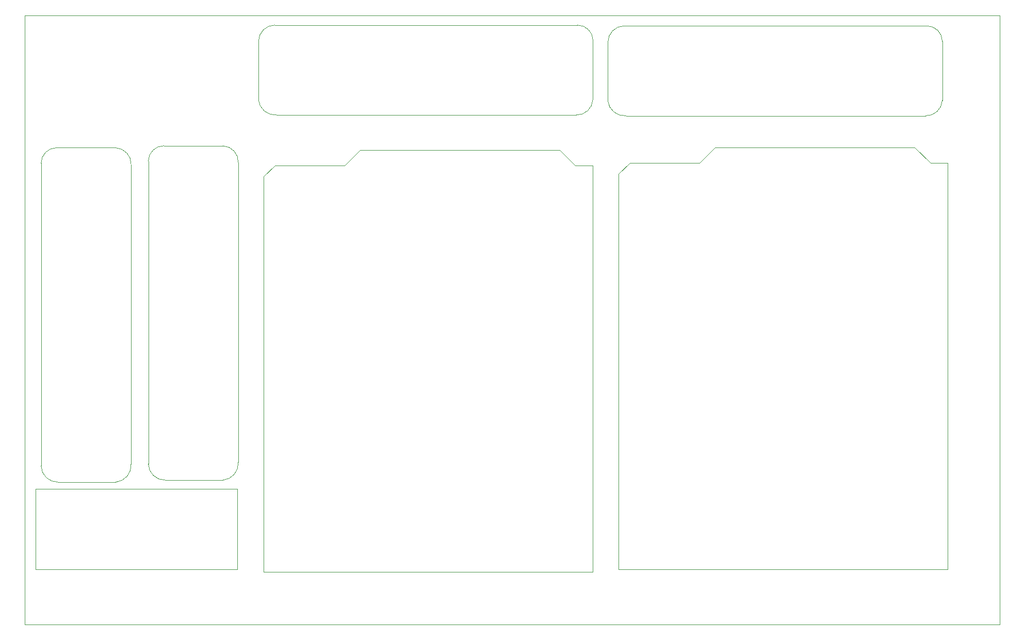
<source format=gbr>
%TF.GenerationSoftware,KiCad,Pcbnew,(6.0.5)*%
%TF.CreationDate,2022-06-30T14:15:02+01:00*%
%TF.ProjectId,Intern_PCB_FAB,496e7465-726e-45f5-9043-425f4641422e,rev?*%
%TF.SameCoordinates,Original*%
%TF.FileFunction,Profile,NP*%
%FSLAX46Y46*%
G04 Gerber Fmt 4.6, Leading zero omitted, Abs format (unit mm)*
G04 Created by KiCad (PCBNEW (6.0.5)) date 2022-06-30 14:15:02*
%MOMM*%
%LPD*%
G01*
G04 APERTURE LIST*
%TA.AperFunction,Profile*%
%ADD10C,0.100000*%
%TD*%
G04 APERTURE END LIST*
D10*
X113670136Y-63268558D02*
G75*
G03*
X116670111Y-65808560I2769964J229958D01*
G01*
X90227000Y-126097000D02*
X80760051Y-126078949D01*
X172782000Y-140383439D02*
X226772000Y-140383439D01*
X223159000Y-65943000D02*
X174009000Y-65943000D01*
X90234001Y-126096017D02*
G75*
G03*
X92774000Y-123096000I-229901J2769917D01*
G01*
X221412000Y-71133439D02*
X188572000Y-71133439D01*
X168516000Y-140834000D02*
X168536000Y-140834000D01*
X226792000Y-140383439D02*
X226782000Y-73683439D01*
X130316000Y-71584000D02*
X127776000Y-74124000D01*
X80554000Y-71185000D02*
X90248000Y-71186000D01*
X165820111Y-65808560D02*
X116670111Y-65808560D01*
X127776000Y-74124000D02*
X116346000Y-74104000D01*
X75314111Y-49451560D02*
X235314111Y-49451560D01*
X235314111Y-49451560D02*
X235314111Y-149451560D01*
X235314111Y-149451560D02*
X75314111Y-149451560D01*
X75314111Y-149451560D02*
X75314111Y-49451560D01*
X98148040Y-70858940D02*
G75*
G03*
X95608040Y-73398960I60J-2540060D01*
G01*
X114516000Y-75944000D02*
X114526000Y-140834000D01*
X163156000Y-71584000D02*
X130316000Y-71584000D01*
X77110000Y-127220000D02*
X110170000Y-127220000D01*
X110170000Y-127220000D02*
X110170000Y-140440000D01*
X110170000Y-140440000D02*
X77110000Y-140440000D01*
X77110000Y-140440000D02*
X77110000Y-127220000D01*
X171009000Y-63403000D02*
G75*
G03*
X174009000Y-65943000I2770000J230000D01*
G01*
X186032000Y-73673439D02*
X174602000Y-73653439D01*
X225920000Y-53723000D02*
X225919000Y-63417000D01*
X78010051Y-123418949D02*
X78014000Y-73725000D01*
X95603993Y-123092911D02*
G75*
G03*
X98354091Y-125752909I2705107J45111D01*
G01*
X110368035Y-73619960D02*
G75*
G03*
X107828040Y-70869960I-2644935J105060D01*
G01*
X226772000Y-140383439D02*
X226792000Y-140383439D01*
X171008000Y-63396000D02*
X171026051Y-53929051D01*
X116347163Y-51044664D02*
G75*
G03*
X113687162Y-53794611I45037J-2705036D01*
G01*
X116347162Y-51044611D02*
X166041111Y-51048560D01*
X114526000Y-140834000D02*
X168516000Y-140834000D01*
X226782000Y-73663439D02*
X223962000Y-73663439D01*
X110368040Y-73619960D02*
X110368040Y-122769960D01*
X95604091Y-123092909D02*
X95608040Y-73398960D01*
X173686051Y-51179051D02*
X223380000Y-51183000D01*
X168581140Y-53588560D02*
G75*
G03*
X166041111Y-51048560I-2540040J-40D01*
G01*
X168581111Y-53588560D02*
X168580111Y-63282560D01*
X223159000Y-65943008D02*
G75*
G03*
X225909000Y-63403000I104900J2645108D01*
G01*
X107821040Y-125770960D02*
X98354091Y-125752909D01*
X188572000Y-71133439D02*
X186032000Y-73673439D01*
X165820109Y-65808610D02*
G75*
G03*
X168570111Y-63268560I104991J2645010D01*
G01*
X173686051Y-51179046D02*
G75*
G03*
X171026051Y-53929051I44849J-2704854D01*
G01*
X226782000Y-73683439D02*
X226782000Y-73663439D01*
X80554000Y-71185000D02*
G75*
G03*
X78014000Y-73725000I100J-2540100D01*
G01*
X172772000Y-75493439D02*
X172782000Y-140383439D01*
X174602000Y-73653439D02*
X172792000Y-75473439D01*
X92774000Y-73946000D02*
X92774000Y-123096000D01*
X116346000Y-74104000D02*
X114536000Y-75924000D01*
X172792000Y-75473439D02*
X172772000Y-75493439D01*
X223962000Y-73663439D02*
X221412000Y-71133439D01*
X78010053Y-123418949D02*
G75*
G03*
X80760051Y-126078949I2705047J45049D01*
G01*
X92774000Y-73946000D02*
G75*
G03*
X90234000Y-71196000I-2645000J105000D01*
G01*
X168536000Y-140834000D02*
X168526000Y-74134000D01*
X165706000Y-74114000D02*
X163156000Y-71584000D01*
X114536000Y-75924000D02*
X114516000Y-75944000D01*
X168526000Y-74114000D02*
X165706000Y-74114000D01*
X225920000Y-53723000D02*
G75*
G03*
X223380000Y-51183000I-2539900J100D01*
G01*
X168526000Y-74134000D02*
X168526000Y-74114000D01*
X107828039Y-125769949D02*
G75*
G03*
X110368040Y-122769960I-229939J2769949D01*
G01*
X113669111Y-63261560D02*
X113687162Y-53794611D01*
X98148040Y-70858960D02*
X107842040Y-70859960D01*
M02*

</source>
